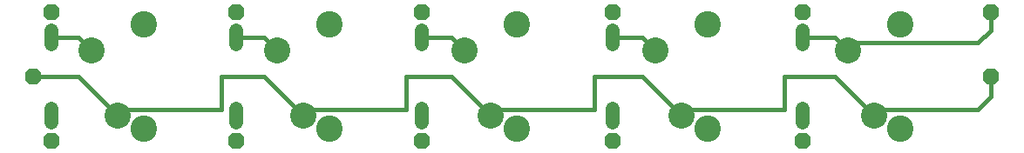
<source format=gtl>
G75*
%MOIN*%
%OFA0B0*%
%FSLAX25Y25*%
%IPPOS*%
%LPD*%
%AMOC8*
5,1,8,0,0,1.08239X$1,22.5*
%
%ADD10C,0.05200*%
%ADD11OC8,0.06300*%
%ADD12C,0.10000*%
%ADD13C,0.10124*%
%ADD14C,0.01600*%
D10*
X0011940Y0029879D02*
X0011940Y0035079D01*
X0082806Y0035079D02*
X0082806Y0029879D01*
X0153672Y0029879D02*
X0153672Y0035079D01*
X0226507Y0035079D02*
X0226507Y0029879D01*
X0299341Y0029879D02*
X0299341Y0035079D01*
X0299341Y0059879D02*
X0299341Y0065079D01*
X0226507Y0065079D02*
X0226507Y0059879D01*
X0153672Y0059879D02*
X0153672Y0065079D01*
X0082806Y0065079D02*
X0082806Y0059879D01*
X0011940Y0059879D02*
X0011940Y0065079D01*
D11*
X0011940Y0022873D03*
X0082806Y0022873D03*
X0153672Y0022873D03*
X0226507Y0022873D03*
X0299341Y0022873D03*
X0371192Y0047479D03*
X0371192Y0072085D03*
X0299341Y0072085D03*
X0226507Y0072085D03*
X0153672Y0072085D03*
X0082806Y0072085D03*
X0011940Y0072085D03*
X0005050Y0047479D03*
D12*
X0027373Y0057479D03*
X0098239Y0057479D03*
X0170089Y0057479D03*
X0242924Y0057479D03*
X0316743Y0057479D03*
X0326743Y0032479D03*
X0252924Y0032479D03*
X0180089Y0032479D03*
X0108239Y0032479D03*
X0037373Y0032479D03*
D13*
X0047373Y0027479D03*
X0118239Y0027479D03*
X0190089Y0027479D03*
X0262924Y0027479D03*
X0336743Y0027479D03*
X0336743Y0067479D03*
X0262924Y0067479D03*
X0190089Y0067479D03*
X0118239Y0067479D03*
X0047373Y0067479D03*
D14*
X0027373Y0057479D02*
X0022373Y0062479D01*
X0011940Y0062479D01*
X0005050Y0047479D02*
X0022373Y0047479D01*
X0037373Y0032479D01*
X0039578Y0034684D01*
X0076900Y0034684D01*
X0076900Y0047479D01*
X0093239Y0047479D01*
X0108239Y0032479D01*
X0110444Y0034684D01*
X0147767Y0034684D01*
X0147767Y0047479D01*
X0165089Y0047479D01*
X0180089Y0032479D01*
X0182294Y0034684D01*
X0219617Y0034684D01*
X0219617Y0047479D01*
X0237924Y0047479D01*
X0252924Y0032479D01*
X0255129Y0034684D01*
X0292452Y0034684D01*
X0292452Y0047479D01*
X0311743Y0047479D01*
X0326743Y0032479D01*
X0328948Y0034684D01*
X0366270Y0034684D01*
X0371192Y0039605D01*
X0371192Y0047479D01*
X0319538Y0060274D02*
X0316743Y0057479D01*
X0311743Y0062479D01*
X0299341Y0062479D01*
X0319538Y0060274D02*
X0366270Y0060274D01*
X0371192Y0065196D01*
X0371192Y0072085D01*
X0242924Y0057479D02*
X0237924Y0062479D01*
X0226507Y0062479D01*
X0170089Y0057479D02*
X0165089Y0062479D01*
X0153672Y0062479D01*
X0098239Y0057479D02*
X0093239Y0062479D01*
X0082806Y0062479D01*
M02*

</source>
